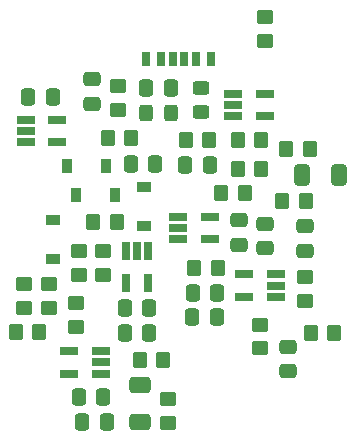
<source format=gbr>
%TF.GenerationSoftware,KiCad,Pcbnew,(6.0.9-0)*%
%TF.CreationDate,2022-12-16T17:36:52+01:00*%
%TF.ProjectId,distortion-pedal,64697374-6f72-4746-996f-6e2d70656461,rev?*%
%TF.SameCoordinates,Original*%
%TF.FileFunction,Paste,Top*%
%TF.FilePolarity,Positive*%
%FSLAX46Y46*%
G04 Gerber Fmt 4.6, Leading zero omitted, Abs format (unit mm)*
G04 Created by KiCad (PCBNEW (6.0.9-0)) date 2022-12-16 17:36:52*
%MOMM*%
%LPD*%
G01*
G04 APERTURE LIST*
G04 Aperture macros list*
%AMRoundRect*
0 Rectangle with rounded corners*
0 $1 Rounding radius*
0 $2 $3 $4 $5 $6 $7 $8 $9 X,Y pos of 4 corners*
0 Add a 4 corners polygon primitive as box body*
4,1,4,$2,$3,$4,$5,$6,$7,$8,$9,$2,$3,0*
0 Add four circle primitives for the rounded corners*
1,1,$1+$1,$2,$3*
1,1,$1+$1,$4,$5*
1,1,$1+$1,$6,$7*
1,1,$1+$1,$8,$9*
0 Add four rect primitives between the rounded corners*
20,1,$1+$1,$2,$3,$4,$5,0*
20,1,$1+$1,$4,$5,$6,$7,0*
20,1,$1+$1,$6,$7,$8,$9,0*
20,1,$1+$1,$8,$9,$2,$3,0*%
G04 Aperture macros list end*
%ADD10RoundRect,0.250000X0.350000X0.450000X-0.350000X0.450000X-0.350000X-0.450000X0.350000X-0.450000X0*%
%ADD11R,1.560000X0.650000*%
%ADD12RoundRect,0.250000X-0.450000X0.350000X-0.450000X-0.350000X0.450000X-0.350000X0.450000X0.350000X0*%
%ADD13R,0.900000X1.200000*%
%ADD14RoundRect,0.250000X-0.337500X-0.475000X0.337500X-0.475000X0.337500X0.475000X-0.337500X0.475000X0*%
%ADD15RoundRect,0.250000X0.450000X-0.350000X0.450000X0.350000X-0.450000X0.350000X-0.450000X-0.350000X0*%
%ADD16R,1.200000X0.900000*%
%ADD17RoundRect,0.250000X0.337500X0.475000X-0.337500X0.475000X-0.337500X-0.475000X0.337500X-0.475000X0*%
%ADD18RoundRect,0.250000X-0.350000X-0.450000X0.350000X-0.450000X0.350000X0.450000X-0.350000X0.450000X0*%
%ADD19RoundRect,0.250000X0.475000X-0.337500X0.475000X0.337500X-0.475000X0.337500X-0.475000X-0.337500X0*%
%ADD20R,0.700000X1.200000*%
%ADD21R,0.760000X1.200000*%
%ADD22R,0.800000X1.200000*%
%ADD23RoundRect,0.250000X-0.475000X0.337500X-0.475000X-0.337500X0.475000X-0.337500X0.475000X0.337500X0*%
%ADD24RoundRect,0.250000X-0.325000X-0.450000X0.325000X-0.450000X0.325000X0.450000X-0.325000X0.450000X0*%
%ADD25RoundRect,0.250000X-0.412500X-0.650000X0.412500X-0.650000X0.412500X0.650000X-0.412500X0.650000X0*%
%ADD26R,0.650000X1.560000*%
%ADD27RoundRect,0.250000X-0.450000X0.325000X-0.450000X-0.325000X0.450000X-0.325000X0.450000X0.325000X0*%
%ADD28RoundRect,0.250000X0.650000X-0.412500X0.650000X0.412500X-0.650000X0.412500X-0.650000X-0.412500X0*%
G04 APERTURE END LIST*
D10*
%TO.C,R3*%
X67500000Y-54300000D03*
X65500000Y-54300000D03*
%TD*%
D11*
%TO.C,U3*%
X68750000Y-65150000D03*
X68750000Y-64200000D03*
X68750000Y-63250000D03*
X66050000Y-63250000D03*
X66050000Y-65150000D03*
%TD*%
D12*
%TO.C,R18*%
X54100000Y-61300000D03*
X54100000Y-63300000D03*
%TD*%
D13*
%TO.C,D1*%
X51050000Y-54100000D03*
X54350000Y-54100000D03*
%TD*%
D14*
%TO.C,C18*%
X52362500Y-75742400D03*
X54437500Y-75742400D03*
%TD*%
D12*
%TO.C,R10*%
X67800000Y-41500000D03*
X67800000Y-43500000D03*
%TD*%
D11*
%TO.C,U4*%
X60450000Y-58350000D03*
X60450000Y-59300000D03*
X60450000Y-60250000D03*
X63150000Y-60250000D03*
X63150000Y-58350000D03*
%TD*%
D15*
%TO.C,RF1*%
X47400000Y-66100000D03*
X47400000Y-64100000D03*
%TD*%
D16*
%TO.C,D2*%
X57600000Y-55850000D03*
X57600000Y-59150000D03*
%TD*%
D17*
%TO.C,C5*%
X63137500Y-54000000D03*
X61062500Y-54000000D03*
%TD*%
D18*
%TO.C,R5*%
X71680000Y-68180000D03*
X73680000Y-68180000D03*
%TD*%
D19*
%TO.C,C10*%
X71200000Y-61237500D03*
X71200000Y-59162500D03*
%TD*%
D20*
%TO.C,J3*%
X61000000Y-44980000D03*
D21*
X58980000Y-44980000D03*
D22*
X57750000Y-44980000D03*
D20*
X60000000Y-44980000D03*
D21*
X62020000Y-44980000D03*
D22*
X63250000Y-44980000D03*
%TD*%
D15*
%TO.C,JPF1*%
X52100000Y-63300000D03*
X52100000Y-61300000D03*
%TD*%
D11*
%TO.C,U6*%
X53950000Y-71650000D03*
X53950000Y-70700000D03*
X53950000Y-69750000D03*
X51250000Y-69750000D03*
X51250000Y-71650000D03*
%TD*%
D14*
%TO.C,C1*%
X47762500Y-48200000D03*
X49837500Y-48200000D03*
%TD*%
D15*
%TO.C,R14*%
X59600000Y-75800000D03*
X59600000Y-73800000D03*
%TD*%
D17*
%TO.C,C3*%
X59837500Y-47500000D03*
X57762500Y-47500000D03*
%TD*%
D15*
%TO.C,R13*%
X67400000Y-69500000D03*
X67400000Y-67500000D03*
%TD*%
D10*
%TO.C,R2*%
X63800000Y-62700000D03*
X61800000Y-62700000D03*
%TD*%
D14*
%TO.C,C2*%
X56462500Y-53900000D03*
X58537500Y-53900000D03*
%TD*%
D23*
%TO.C,C8*%
X69750000Y-69362500D03*
X69750000Y-71437500D03*
%TD*%
D10*
%TO.C,R6*%
X71300000Y-57000000D03*
X69300000Y-57000000D03*
%TD*%
D15*
%TO.C,R4*%
X71200000Y-65500000D03*
X71200000Y-63500000D03*
%TD*%
D18*
%TO.C,JP2*%
X54500000Y-51700000D03*
X56500000Y-51700000D03*
%TD*%
D12*
%TO.C,RF2*%
X49500000Y-64100000D03*
X49500000Y-66100000D03*
%TD*%
D15*
%TO.C,JP1*%
X55400000Y-49300000D03*
X55400000Y-47300000D03*
%TD*%
D10*
%TO.C,R12*%
X63100000Y-51900000D03*
X61100000Y-51900000D03*
%TD*%
D24*
%TO.C,D5*%
X57775000Y-49600000D03*
X59825000Y-49600000D03*
%TD*%
D10*
%TO.C,R8*%
X71600000Y-52600000D03*
X69600000Y-52600000D03*
%TD*%
D17*
%TO.C,C6*%
X63797500Y-64800000D03*
X61722500Y-64800000D03*
%TD*%
D23*
%TO.C,C11*%
X53200000Y-46742500D03*
X53200000Y-48817500D03*
%TD*%
%TO.C,C16*%
X67800000Y-58962500D03*
X67800000Y-61037500D03*
%TD*%
D13*
%TO.C,D3*%
X55150000Y-56500000D03*
X51850000Y-56500000D03*
%TD*%
D17*
%TO.C,C7*%
X63737500Y-66900000D03*
X61662500Y-66900000D03*
%TD*%
D10*
%TO.C,RD1*%
X48700000Y-68100000D03*
X46700000Y-68100000D03*
%TD*%
D25*
%TO.C,C4*%
X70937500Y-54800000D03*
X74062500Y-54800000D03*
%TD*%
D26*
%TO.C,U2*%
X57950000Y-61250000D03*
X57000000Y-61250000D03*
X56050000Y-61250000D03*
X56050000Y-63950000D03*
X57950000Y-63950000D03*
%TD*%
D18*
%TO.C,R11*%
X65520000Y-51890000D03*
X67520000Y-51890000D03*
%TD*%
D27*
%TO.C,L1*%
X62400000Y-47475000D03*
X62400000Y-49525000D03*
%TD*%
D17*
%TO.C,C13*%
X58037500Y-66100000D03*
X55962500Y-66100000D03*
%TD*%
D15*
%TO.C,R9*%
X51800000Y-67710000D03*
X51800000Y-65710000D03*
%TD*%
D23*
%TO.C,C15*%
X65600000Y-58662500D03*
X65600000Y-60737500D03*
%TD*%
D11*
%TO.C,U5*%
X47550000Y-50150000D03*
X47550000Y-51100000D03*
X47550000Y-52050000D03*
X50250000Y-52050000D03*
X50250000Y-50150000D03*
%TD*%
D14*
%TO.C,C17*%
X52062500Y-73600000D03*
X54137500Y-73600000D03*
%TD*%
D28*
%TO.C,C12*%
X57200000Y-75762500D03*
X57200000Y-72637500D03*
%TD*%
D16*
%TO.C,D4*%
X49900000Y-58650000D03*
X49900000Y-61950000D03*
%TD*%
D18*
%TO.C,R1*%
X53300000Y-58800000D03*
X55300000Y-58800000D03*
%TD*%
D11*
%TO.C,U1*%
X65150000Y-47950000D03*
X65150000Y-48900000D03*
X65150000Y-49850000D03*
X67850000Y-49850000D03*
X67850000Y-47950000D03*
%TD*%
D18*
%TO.C,R16*%
X57200000Y-70500000D03*
X59200000Y-70500000D03*
%TD*%
D10*
%TO.C,R7*%
X66100000Y-56400000D03*
X64100000Y-56400000D03*
%TD*%
D17*
%TO.C,C14*%
X58037500Y-68200000D03*
X55962500Y-68200000D03*
%TD*%
M02*

</source>
